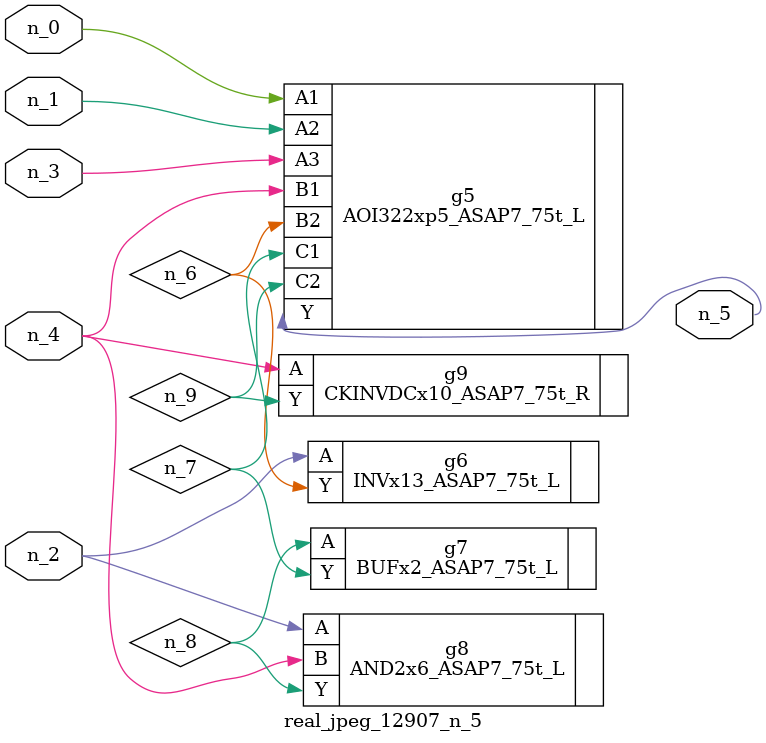
<source format=v>
module real_jpeg_12907_n_5 (n_4, n_0, n_1, n_2, n_3, n_5);

input n_4;
input n_0;
input n_1;
input n_2;
input n_3;

output n_5;

wire n_8;
wire n_6;
wire n_7;
wire n_9;

AOI322xp5_ASAP7_75t_L g5 ( 
.A1(n_0),
.A2(n_1),
.A3(n_3),
.B1(n_4),
.B2(n_6),
.C1(n_7),
.C2(n_9),
.Y(n_5)
);

INVx13_ASAP7_75t_L g6 ( 
.A(n_2),
.Y(n_6)
);

AND2x6_ASAP7_75t_L g8 ( 
.A(n_2),
.B(n_4),
.Y(n_8)
);

CKINVDCx10_ASAP7_75t_R g9 ( 
.A(n_4),
.Y(n_9)
);

BUFx2_ASAP7_75t_L g7 ( 
.A(n_8),
.Y(n_7)
);


endmodule
</source>
